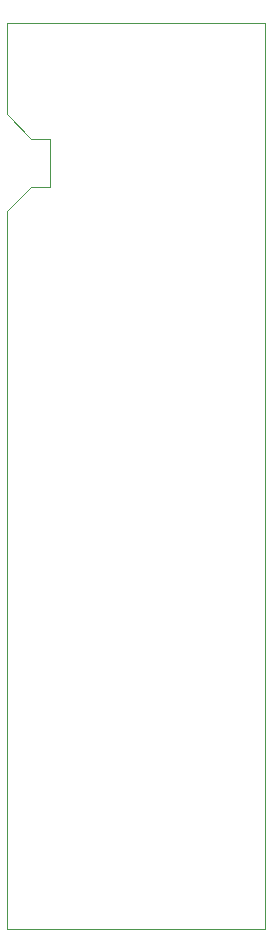
<source format=gbr>
G04 #@! TF.GenerationSoftware,KiCad,Pcbnew,(5.1.4)-1*
G04 #@! TF.CreationDate,2021-01-17T22:07:20+00:00*
G04 #@! TF.ProjectId,Amiga_External,416d6967-615f-4457-9874-65726e616c2e,rev?*
G04 #@! TF.SameCoordinates,Original*
G04 #@! TF.FileFunction,Profile,NP*
%FSLAX46Y46*%
G04 Gerber Fmt 4.6, Leading zero omitted, Abs format (unit mm)*
G04 Created by KiCad (PCBNEW (5.1.4)-1) date 2021-01-17 22:07:20*
%MOMM*%
%LPD*%
G04 APERTURE LIST*
%ADD10C,0.100000*%
G04 APERTURE END LIST*
D10*
X145542000Y-137058400D02*
X145542000Y-136652000D01*
X123698000Y-137058400D02*
X123698000Y-136652000D01*
X123698000Y-76276200D02*
X123698000Y-136652000D01*
X127330200Y-70154800D02*
X125730000Y-70154800D01*
X125730000Y-74244200D02*
X127330200Y-74244200D01*
X123672600Y-60350400D02*
X123672600Y-68097400D01*
X125730000Y-70154800D02*
X123672600Y-68097400D01*
X123698000Y-76276200D02*
X125730000Y-74244200D01*
X123672600Y-60350400D02*
X145542000Y-60350400D01*
X127330200Y-70154800D02*
X127330200Y-74244200D01*
X145542000Y-60350400D02*
X145542000Y-65532000D01*
X123698000Y-137058400D02*
X145542000Y-137058400D01*
X145542000Y-65532000D02*
X145542000Y-136652000D01*
M02*

</source>
